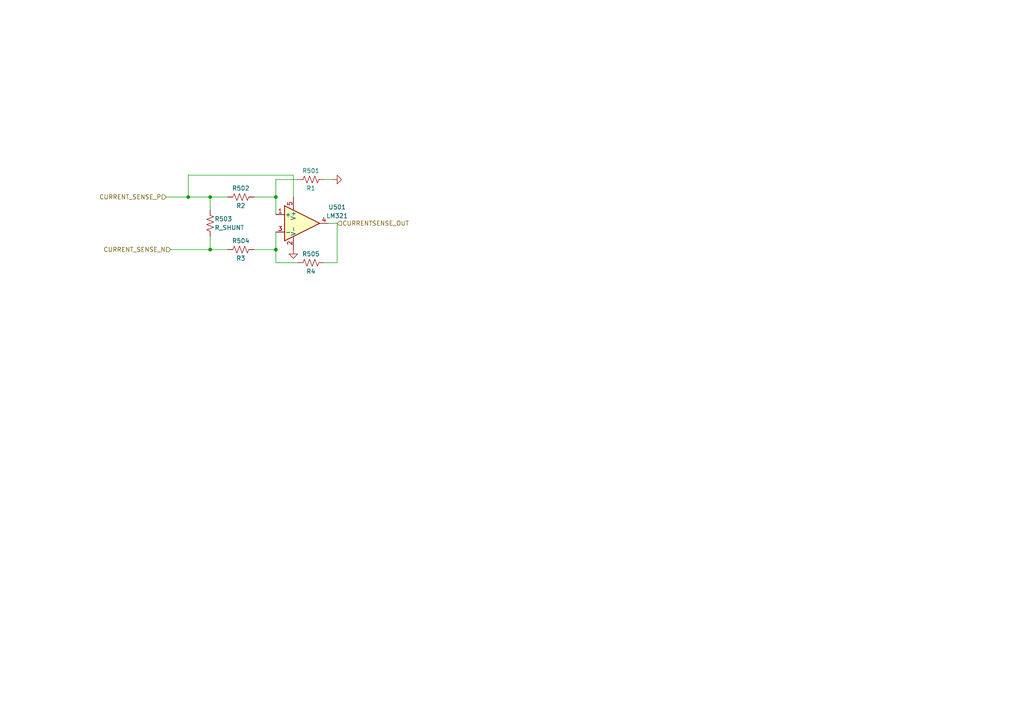
<source format=kicad_sch>
(kicad_sch (version 20211123) (generator eeschema)
  (paper "A4")
  (title_block (title "Power Monitoring Heirarchical Sheet") (date "2022-09-06") (rev "3.1"))
  (lib_symbols
    (symbol "Amplifier_Operational:LM321" (pin_names (offset 0.127))
      (property "Reference" "U" (at 0 7.62 0))
      (property "Value" "LM321" (at 0 5.08 0))
      (symbol "LM321_0_1"
        (polyline (pts (xy -5.08 5.08) (xy 5.08 0) (xy -5.08 -5.08) (xy -5.08 5.08)) (stroke (width 0.254)) (fill (type background)))
      )
      (symbol "LM321_1_1"
        (pin input line (at -7.62 2.54 0) (length 2.54) (name "+") (number "1"))
        (pin power_in line (at -2.54 -7.62 90) (length 3.81) (name "V-") (number "2"))
        (pin input line (at -7.62 -2.54 0) (length 2.54) (name "-") (number "3"))
        (pin output line (at 7.62 0 180) (length 2.54) (name "~") (number "4"))
        (pin power_in line (at -2.54 7.62 270) (length 3.81) (name "V+") (number "5"))
      )
    )
    (symbol "Device:R_US" (pin_numbers hide) (pin_names (offset 0))
      (property "Reference" "R" (at 2.54 0 90))
      (property "Value" "R_US" (at -2.54 0 90))
      (symbol "R_US_0_1"
        (polyline (pts (xy 0 -2.286) (xy 0 -2.54)))
        (polyline (pts (xy 0 2.286) (xy 0 2.54)))
        (polyline (pts (xy 0 -0.762) (xy 1.016 -1.143) (xy 0 -1.524) (xy -1.016 -1.905) (xy 0 -2.286)))
        (polyline (pts (xy 0 0.762) (xy 1.016 0.381) (xy 0 0) (xy -1.016 -0.381) (xy 0 -0.762)))
        (polyline (pts (xy 0 2.286) (xy 1.016 1.905) (xy 0 1.524) (xy -1.016 1.143) (xy 0 0.762)))
      )
      (symbol "R_US_1_1"
        (pin passive line (at 0 3.81 270) (length 1.27) (name "~") (number "1"))
        (pin passive line (at 0 -3.81 90) (length 1.27) (name "~") (number "2"))
      )
    )
    (symbol "power:GND" (power) (pin_names (offset 0))
      (property "Value" "GND" (at 0 -3.81 0))
      (symbol "GND_0_1"
        (polyline (pts (xy 0 0) (xy 0 -1.27) (xy 1.27 -1.27) (xy 0 -2.54) (xy -1.27 -1.27) (xy 0 -1.27)))
      )
      (symbol "GND_1_1"
        (pin power_in line (at 0 0 270) (length 0) hide (name "GND") (number "1"))
      )
    )
  )
  (junction (at 80.01 72.39))
  (junction (at 60.96 57.15))
  (junction (at 80.01 57.15))
  (junction (at 60.96 72.39))
  (junction (at 54.61 57.15))
  (wire (pts (xy 80.01 57.15) (xy 80.01 62.23)))
  (wire (pts (xy 93.98 52.07) (xy 96.52 52.07)))
  (wire (pts (xy 49.53 72.39) (xy 60.96 72.39)))
  (wire (pts (xy 80.01 72.39) (xy 80.01 67.31)))
  (wire (pts (xy 85.09 57.15) (xy 85.09 50.8)))
  (wire (pts (xy 97.79 64.77) (xy 97.79 76.2)))
  (wire (pts (xy 80.01 52.07) (xy 86.36 52.07)))
  (wire (pts (xy 60.96 57.15) (xy 60.96 60.96)))
  (wire (pts (xy 54.61 57.15) (xy 60.96 57.15)))
  (wire (pts (xy 60.96 57.15) (xy 66.04 57.15)))
  (wire (pts (xy 80.01 57.15) (xy 80.01 52.07)))
  (wire (pts (xy 48.26 57.15) (xy 54.61 57.15)))
  (wire (pts (xy 60.96 68.58) (xy 60.96 72.39)))
  (wire (pts (xy 60.96 72.39) (xy 66.04 72.39)))
  (wire (pts (xy 54.61 50.8) (xy 54.61 57.15)))
  (wire (pts (xy 97.79 76.2) (xy 93.98 76.2)))
  (wire (pts (xy 73.66 57.15) (xy 80.01 57.15)))
  (wire (pts (xy 80.01 76.2) (xy 86.36 76.2)))
  (wire (pts (xy 73.66 72.39) (xy 80.01 72.39)))
  (wire (pts (xy 95.25 64.77) (xy 97.79 64.77)))
  (wire (pts (xy 80.01 72.39) (xy 80.01 76.2)))
  (wire (pts (xy 85.09 50.8) (xy 54.61 50.8)))
  (hierarchical_label "CURRENT_SENSE_N" (shape input) (at 49.53 72.39 180))
  (hierarchical_label "CURRENTSENSE_OUT" (shape input) (at 97.79 64.77 0))
  (hierarchical_label "CURRENT_SENSE_P" (shape input) (at 48.26 57.15 180))
  (symbol (lib_id "Device:R_US") (at 69.85 57.15 90) (unit 1)
    (property "Reference" "R502" (at 69.85 54.61 90))
    (property "Value" "R2" (at 69.85 59.69 90))
  )
  (symbol (lib_id "power:GND") (at 96.52 52.07 90) (unit 1)
    (property "Reference" "#PWR0501" (effects hide))
    (property "Value" "GND" (effects hide))
  )
  (symbol (lib_id "Amplifier_Operational:LM321") (at 87.63 64.77 0) (unit 1)
    (property "Reference" "U501" (at 97.79 60.071 0))
    (property "Value" "LM321" (at 97.79 62.611 0))
    (property "Footprint" "Package_TO_SOT_SMD:SOT-23-5" (effects hide))
    (property "Datasheet" "http://www.ti.com/lit/ds/symlink/lm321.pdf" (effects hide))
  )
  (symbol (lib_id "Device:R_US") (at 90.17 76.2 90) (unit 1)
    (property "Reference" "R505" (at 90.17 73.66 90))
    (property "Value" "R4" (at 90.17 78.74 90))
  )
  (symbol (lib_id "Device:R_US") (at 60.96 64.77 180) (unit 1)
    (property "Reference" "R503" (at 62.23 63.5 0) (effects (justify right)))
    (property "Value" "R_SHUNT" (at 62.23 66.04 0) (effects (justify right)))
  )
  (symbol (lib_id "power:GND") (at 85.09 72.39 0) (unit 1)
    (property "Reference" "#PWR0502" (effects hide))
    (property "Value" "GND" (effects hide))
  )
  (symbol (lib_id "Device:R_US") (at 69.85 72.39 90) (unit 1)
    (property "Reference" "R504" (at 69.85 69.85 90))
    (property "Value" "R3" (at 69.85 74.93 90))
  )
  (symbol (lib_id "Device:R_US") (at 90.17 52.07 90) (unit 1)
    (property "Reference" "R501" (at 90.17 49.53 90))
    (property "Value" "R1" (at 90.17 54.61 90))
  )
)
</source>
